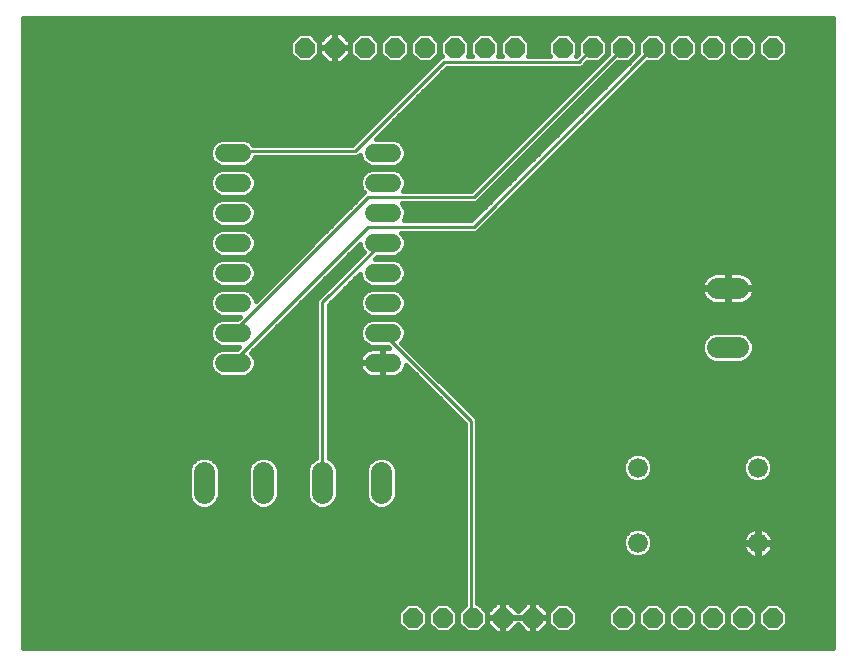
<source format=gbl>
G75*
%MOIN*%
%OFA0B0*%
%FSLAX25Y25*%
%IPPOS*%
%LPD*%
%AMOC8*
5,1,8,0,0,1.08239X$1,22.5*
%
%ADD10C,0.06600*%
%ADD11C,0.06000*%
%ADD12C,0.07050*%
%ADD13OC8,0.06600*%
%ADD14C,0.01600*%
%ADD15C,0.01000*%
D10*
X0232000Y0040000D03*
X0232000Y0065000D03*
X0272000Y0065000D03*
X0272000Y0040000D03*
D11*
X0150000Y0100000D02*
X0144000Y0100000D01*
X0144000Y0110000D02*
X0150000Y0110000D01*
X0150000Y0120000D02*
X0144000Y0120000D01*
X0144000Y0130000D02*
X0150000Y0130000D01*
X0150000Y0140000D02*
X0144000Y0140000D01*
X0144000Y0150000D02*
X0150000Y0150000D01*
X0150000Y0160000D02*
X0144000Y0160000D01*
X0144000Y0170000D02*
X0150000Y0170000D01*
X0100000Y0170000D02*
X0094000Y0170000D01*
X0094000Y0160000D02*
X0100000Y0160000D01*
X0100000Y0150000D02*
X0094000Y0150000D01*
X0094000Y0140000D02*
X0100000Y0140000D01*
X0100000Y0130000D02*
X0094000Y0130000D01*
X0094000Y0120000D02*
X0100000Y0120000D01*
X0100000Y0110000D02*
X0094000Y0110000D01*
X0094000Y0100000D02*
X0100000Y0100000D01*
D12*
X0107157Y0063525D02*
X0107157Y0056475D01*
X0087472Y0056475D02*
X0087472Y0063525D01*
X0126843Y0063525D02*
X0126843Y0056475D01*
X0146528Y0056475D02*
X0146528Y0063525D01*
X0258475Y0105157D02*
X0265525Y0105157D01*
X0265525Y0124843D02*
X0258475Y0124843D01*
D13*
X0257000Y0205000D03*
X0267000Y0205000D03*
X0277000Y0205000D03*
X0247000Y0205000D03*
X0237000Y0205000D03*
X0227000Y0205000D03*
X0217000Y0205000D03*
X0207000Y0205000D03*
X0191000Y0205000D03*
X0181000Y0205000D03*
X0171000Y0205000D03*
X0161000Y0205000D03*
X0151000Y0205000D03*
X0141000Y0205000D03*
X0131000Y0205000D03*
X0121000Y0205000D03*
X0157000Y0015000D03*
X0167000Y0015000D03*
X0177000Y0015000D03*
X0187000Y0015000D03*
X0197000Y0015000D03*
X0207000Y0015000D03*
X0227000Y0015000D03*
X0237000Y0015000D03*
X0247000Y0015000D03*
X0257000Y0015000D03*
X0267000Y0015000D03*
X0277000Y0015000D03*
D14*
X0297000Y0005000D02*
X0027000Y0005000D01*
X0027000Y0215000D01*
X0297000Y0215000D01*
X0297000Y0005000D01*
X0027000Y0005000D01*
X0027000Y0006599D02*
X0297000Y0006599D01*
X0297000Y0008197D02*
X0027000Y0008197D01*
X0027000Y0009796D02*
X0297000Y0009796D01*
X0297000Y0011394D02*
X0280324Y0011394D01*
X0279030Y0010100D02*
X0274970Y0010100D01*
X0272100Y0012970D01*
X0272100Y0017030D01*
X0274970Y0019900D01*
X0279030Y0019900D01*
X0281900Y0017030D01*
X0281900Y0012970D01*
X0279030Y0010100D01*
X0281900Y0012993D02*
X0297000Y0012993D01*
X0297000Y0014591D02*
X0281900Y0014591D01*
X0281900Y0016190D02*
X0297000Y0016190D01*
X0297000Y0017788D02*
X0281142Y0017788D01*
X0279543Y0019387D02*
X0297000Y0019387D01*
X0297000Y0020985D02*
X0178500Y0020985D01*
X0178500Y0019900D02*
X0178500Y0081470D01*
X0177270Y0082700D01*
X0153238Y0106732D01*
X0153900Y0107394D01*
X0154600Y0109085D01*
X0154600Y0110915D01*
X0153900Y0112606D01*
X0152606Y0113900D01*
X0150915Y0114600D01*
X0143085Y0114600D01*
X0141394Y0113900D01*
X0140100Y0112606D01*
X0139400Y0110915D01*
X0139400Y0109085D01*
X0140100Y0107394D01*
X0141394Y0106100D01*
X0143085Y0105400D01*
X0148630Y0105400D01*
X0149230Y0104800D01*
X0147200Y0104800D01*
X0147200Y0100200D01*
X0146800Y0100200D01*
X0146800Y0104800D01*
X0143622Y0104800D01*
X0142876Y0104682D01*
X0142157Y0104448D01*
X0141484Y0104105D01*
X0140873Y0103661D01*
X0140339Y0103127D01*
X0139895Y0102516D01*
X0139552Y0101843D01*
X0139318Y0101124D01*
X0139200Y0100378D01*
X0139200Y0100200D01*
X0146800Y0100200D01*
X0146800Y0099800D01*
X0147200Y0099800D01*
X0147200Y0095200D01*
X0150378Y0095200D01*
X0151124Y0095318D01*
X0151843Y0095552D01*
X0152516Y0095895D01*
X0153127Y0096339D01*
X0153661Y0096873D01*
X0154105Y0097484D01*
X0154448Y0098157D01*
X0154682Y0098876D01*
X0154746Y0099284D01*
X0174300Y0079730D01*
X0174300Y0019230D01*
X0172100Y0017030D01*
X0172100Y0012970D01*
X0174970Y0010100D01*
X0179030Y0010100D01*
X0181900Y0012970D01*
X0181900Y0017030D01*
X0179030Y0019900D01*
X0178500Y0019900D01*
X0179543Y0019387D02*
X0184174Y0019387D01*
X0184888Y0020100D02*
X0181900Y0017112D01*
X0181900Y0015184D01*
X0186816Y0015184D01*
X0186816Y0014816D01*
X0187184Y0014816D01*
X0187184Y0009900D01*
X0189112Y0009900D01*
X0192000Y0012788D01*
X0194888Y0009900D01*
X0196816Y0009900D01*
X0196816Y0014816D01*
X0197184Y0014816D01*
X0197184Y0009900D01*
X0199112Y0009900D01*
X0202100Y0012888D01*
X0202100Y0014816D01*
X0197184Y0014816D01*
X0197184Y0015184D01*
X0196816Y0015184D01*
X0196816Y0014816D01*
X0187184Y0014816D01*
X0187184Y0015184D01*
X0186816Y0015184D01*
X0186816Y0020100D01*
X0184888Y0020100D01*
X0186816Y0019387D02*
X0187184Y0019387D01*
X0187184Y0020100D02*
X0187184Y0015184D01*
X0191900Y0015184D01*
X0196816Y0015184D01*
X0196816Y0020100D01*
X0194888Y0020100D01*
X0192000Y0017212D01*
X0189112Y0020100D01*
X0187184Y0020100D01*
X0187184Y0017788D02*
X0186816Y0017788D01*
X0186816Y0016190D02*
X0187184Y0016190D01*
X0186816Y0014816D02*
X0181900Y0014816D01*
X0181900Y0012888D01*
X0184888Y0009900D01*
X0186816Y0009900D01*
X0186816Y0014816D01*
X0186816Y0014591D02*
X0187184Y0014591D01*
X0187184Y0012993D02*
X0186816Y0012993D01*
X0186816Y0011394D02*
X0187184Y0011394D01*
X0190607Y0011394D02*
X0193393Y0011394D01*
X0196816Y0011394D02*
X0197184Y0011394D01*
X0197184Y0012993D02*
X0196816Y0012993D01*
X0196816Y0014591D02*
X0197184Y0014591D01*
X0197184Y0015184D02*
X0202100Y0015184D01*
X0202100Y0017112D01*
X0199112Y0020100D01*
X0197184Y0020100D01*
X0197184Y0015184D01*
X0197184Y0016190D02*
X0196816Y0016190D01*
X0196816Y0017788D02*
X0197184Y0017788D01*
X0197184Y0019387D02*
X0196816Y0019387D01*
X0194174Y0019387D02*
X0189826Y0019387D01*
X0191424Y0017788D02*
X0192576Y0017788D01*
X0199826Y0019387D02*
X0204457Y0019387D01*
X0204970Y0019900D02*
X0202100Y0017030D01*
X0202100Y0012970D01*
X0204970Y0010100D01*
X0209030Y0010100D01*
X0211900Y0012970D01*
X0211900Y0017030D01*
X0209030Y0019900D01*
X0204970Y0019900D01*
X0202858Y0017788D02*
X0201424Y0017788D01*
X0202100Y0016190D02*
X0202100Y0016190D01*
X0202100Y0014591D02*
X0202100Y0014591D01*
X0202100Y0012993D02*
X0202100Y0012993D01*
X0200607Y0011394D02*
X0203676Y0011394D01*
X0210324Y0011394D02*
X0223676Y0011394D01*
X0224970Y0010100D02*
X0222100Y0012970D01*
X0222100Y0017030D01*
X0224970Y0019900D01*
X0229030Y0019900D01*
X0231900Y0017030D01*
X0231900Y0012970D01*
X0229030Y0010100D01*
X0224970Y0010100D01*
X0222100Y0012993D02*
X0211900Y0012993D01*
X0211900Y0014591D02*
X0222100Y0014591D01*
X0222100Y0016190D02*
X0211900Y0016190D01*
X0211142Y0017788D02*
X0222858Y0017788D01*
X0224457Y0019387D02*
X0209543Y0019387D01*
X0229543Y0019387D02*
X0234457Y0019387D01*
X0234970Y0019900D02*
X0232100Y0017030D01*
X0232100Y0012970D01*
X0234970Y0010100D01*
X0239030Y0010100D01*
X0241900Y0012970D01*
X0241900Y0017030D01*
X0239030Y0019900D01*
X0234970Y0019900D01*
X0232858Y0017788D02*
X0231142Y0017788D01*
X0231900Y0016190D02*
X0232100Y0016190D01*
X0232100Y0014591D02*
X0231900Y0014591D01*
X0231900Y0012993D02*
X0232100Y0012993D01*
X0233676Y0011394D02*
X0230324Y0011394D01*
X0240324Y0011394D02*
X0243676Y0011394D01*
X0244970Y0010100D02*
X0242100Y0012970D01*
X0242100Y0017030D01*
X0244970Y0019900D01*
X0249030Y0019900D01*
X0251900Y0017030D01*
X0251900Y0012970D01*
X0249030Y0010100D01*
X0244970Y0010100D01*
X0242100Y0012993D02*
X0241900Y0012993D01*
X0241900Y0014591D02*
X0242100Y0014591D01*
X0242100Y0016190D02*
X0241900Y0016190D01*
X0241142Y0017788D02*
X0242858Y0017788D01*
X0244457Y0019387D02*
X0239543Y0019387D01*
X0249543Y0019387D02*
X0254457Y0019387D01*
X0254970Y0019900D02*
X0252100Y0017030D01*
X0252100Y0012970D01*
X0254970Y0010100D01*
X0259030Y0010100D01*
X0261900Y0012970D01*
X0261900Y0017030D01*
X0259030Y0019900D01*
X0254970Y0019900D01*
X0252858Y0017788D02*
X0251142Y0017788D01*
X0251900Y0016190D02*
X0252100Y0016190D01*
X0252100Y0014591D02*
X0251900Y0014591D01*
X0251900Y0012993D02*
X0252100Y0012993D01*
X0253676Y0011394D02*
X0250324Y0011394D01*
X0259543Y0019387D02*
X0264457Y0019387D01*
X0264970Y0019900D02*
X0262100Y0017030D01*
X0262100Y0012970D01*
X0264970Y0010100D01*
X0269030Y0010100D01*
X0271900Y0012970D01*
X0271900Y0017030D01*
X0269030Y0019900D01*
X0264970Y0019900D01*
X0262858Y0017788D02*
X0261142Y0017788D01*
X0261900Y0016190D02*
X0262100Y0016190D01*
X0262100Y0014591D02*
X0261900Y0014591D01*
X0261900Y0012993D02*
X0262100Y0012993D01*
X0263676Y0011394D02*
X0260324Y0011394D01*
X0270324Y0011394D02*
X0273676Y0011394D01*
X0272100Y0012993D02*
X0271900Y0012993D01*
X0271900Y0014591D02*
X0272100Y0014591D01*
X0272100Y0016190D02*
X0271900Y0016190D01*
X0271142Y0017788D02*
X0272858Y0017788D01*
X0274457Y0019387D02*
X0269543Y0019387D01*
X0271599Y0034900D02*
X0271700Y0034900D01*
X0271700Y0039700D01*
X0272300Y0039700D01*
X0272300Y0040300D01*
X0277100Y0040300D01*
X0277100Y0040401D01*
X0276974Y0041194D01*
X0276726Y0041958D01*
X0276362Y0042673D01*
X0275890Y0043322D01*
X0275322Y0043890D01*
X0274673Y0044362D01*
X0273958Y0044726D01*
X0273194Y0044974D01*
X0272401Y0045100D01*
X0272300Y0045100D01*
X0272300Y0040300D01*
X0271700Y0040300D01*
X0271700Y0045100D01*
X0271599Y0045100D01*
X0270806Y0044974D01*
X0270042Y0044726D01*
X0269327Y0044362D01*
X0268678Y0043890D01*
X0268110Y0043322D01*
X0267638Y0042673D01*
X0267274Y0041958D01*
X0267026Y0041194D01*
X0266900Y0040401D01*
X0266900Y0040300D01*
X0271700Y0040300D01*
X0271700Y0039700D01*
X0266900Y0039700D01*
X0266900Y0039599D01*
X0267026Y0038806D01*
X0267274Y0038042D01*
X0267638Y0037327D01*
X0268110Y0036678D01*
X0268678Y0036110D01*
X0269327Y0035638D01*
X0270042Y0035274D01*
X0270806Y0035026D01*
X0271599Y0034900D01*
X0271700Y0035372D02*
X0272300Y0035372D01*
X0272300Y0034900D02*
X0272401Y0034900D01*
X0273194Y0035026D01*
X0273958Y0035274D01*
X0274673Y0035638D01*
X0275322Y0036110D01*
X0275890Y0036678D01*
X0276362Y0037327D01*
X0276726Y0038042D01*
X0276974Y0038806D01*
X0277100Y0039599D01*
X0277100Y0039700D01*
X0272300Y0039700D01*
X0272300Y0034900D01*
X0274150Y0035372D02*
X0297000Y0035372D01*
X0297000Y0036970D02*
X0276103Y0036970D01*
X0276897Y0038569D02*
X0297000Y0038569D01*
X0297000Y0040167D02*
X0272300Y0040167D01*
X0271700Y0040167D02*
X0236900Y0040167D01*
X0236900Y0040975D02*
X0236154Y0042776D01*
X0234776Y0044154D01*
X0232975Y0044900D01*
X0231025Y0044900D01*
X0229224Y0044154D01*
X0227846Y0042776D01*
X0227100Y0040975D01*
X0227100Y0039025D01*
X0227846Y0037224D01*
X0229224Y0035846D01*
X0231025Y0035100D01*
X0232975Y0035100D01*
X0234776Y0035846D01*
X0236154Y0037224D01*
X0236900Y0039025D01*
X0236900Y0040975D01*
X0236572Y0041766D02*
X0267211Y0041766D01*
X0268152Y0043364D02*
X0235565Y0043364D01*
X0228435Y0043364D02*
X0178500Y0043364D01*
X0178500Y0041766D02*
X0227428Y0041766D01*
X0227100Y0040167D02*
X0178500Y0040167D01*
X0178500Y0038569D02*
X0227289Y0038569D01*
X0228100Y0036970D02*
X0178500Y0036970D01*
X0178500Y0035372D02*
X0230369Y0035372D01*
X0233631Y0035372D02*
X0269850Y0035372D01*
X0271700Y0036970D02*
X0272300Y0036970D01*
X0272300Y0038569D02*
X0271700Y0038569D01*
X0267897Y0036970D02*
X0235900Y0036970D01*
X0236711Y0038569D02*
X0267103Y0038569D01*
X0271700Y0041766D02*
X0272300Y0041766D01*
X0272300Y0043364D02*
X0271700Y0043364D01*
X0271700Y0044963D02*
X0272300Y0044963D01*
X0273230Y0044963D02*
X0297000Y0044963D01*
X0297000Y0046561D02*
X0178500Y0046561D01*
X0178500Y0044963D02*
X0270770Y0044963D01*
X0275848Y0043364D02*
X0297000Y0043364D01*
X0297000Y0041766D02*
X0276789Y0041766D01*
X0297000Y0048160D02*
X0178500Y0048160D01*
X0178500Y0049758D02*
X0297000Y0049758D01*
X0297000Y0051357D02*
X0178500Y0051357D01*
X0178500Y0052955D02*
X0297000Y0052955D01*
X0297000Y0054554D02*
X0178500Y0054554D01*
X0178500Y0056152D02*
X0297000Y0056152D01*
X0297000Y0057751D02*
X0178500Y0057751D01*
X0178500Y0059349D02*
X0297000Y0059349D01*
X0297000Y0060948D02*
X0274878Y0060948D01*
X0274776Y0060846D02*
X0276154Y0062224D01*
X0276900Y0064025D01*
X0276900Y0065975D01*
X0276154Y0067776D01*
X0274776Y0069154D01*
X0272975Y0069900D01*
X0271025Y0069900D01*
X0269224Y0069154D01*
X0267846Y0067776D01*
X0267100Y0065975D01*
X0267100Y0064025D01*
X0267846Y0062224D01*
X0269224Y0060846D01*
X0271025Y0060100D01*
X0272975Y0060100D01*
X0274776Y0060846D01*
X0276287Y0062546D02*
X0297000Y0062546D01*
X0297000Y0064145D02*
X0276900Y0064145D01*
X0276900Y0065743D02*
X0297000Y0065743D01*
X0297000Y0067342D02*
X0276334Y0067342D01*
X0274989Y0068940D02*
X0297000Y0068940D01*
X0297000Y0070539D02*
X0178500Y0070539D01*
X0178500Y0072137D02*
X0297000Y0072137D01*
X0297000Y0073736D02*
X0178500Y0073736D01*
X0178500Y0075334D02*
X0297000Y0075334D01*
X0297000Y0076933D02*
X0178500Y0076933D01*
X0178500Y0078532D02*
X0297000Y0078532D01*
X0297000Y0080130D02*
X0178500Y0080130D01*
X0178241Y0081729D02*
X0297000Y0081729D01*
X0297000Y0083327D02*
X0176643Y0083327D01*
X0175044Y0084926D02*
X0297000Y0084926D01*
X0297000Y0086524D02*
X0173446Y0086524D01*
X0171847Y0088123D02*
X0297000Y0088123D01*
X0297000Y0089721D02*
X0170249Y0089721D01*
X0168650Y0091320D02*
X0297000Y0091320D01*
X0297000Y0092918D02*
X0167052Y0092918D01*
X0165453Y0094517D02*
X0297000Y0094517D01*
X0297000Y0096115D02*
X0163855Y0096115D01*
X0162256Y0097714D02*
X0297000Y0097714D01*
X0297000Y0099312D02*
X0160658Y0099312D01*
X0159059Y0100911D02*
X0255474Y0100911D01*
X0255572Y0100813D02*
X0257456Y0100032D01*
X0266544Y0100032D01*
X0268428Y0100813D01*
X0269870Y0102254D01*
X0270650Y0104138D01*
X0270650Y0106177D01*
X0269870Y0108061D01*
X0268428Y0109502D01*
X0266544Y0110282D01*
X0257456Y0110282D01*
X0255572Y0109502D01*
X0254130Y0108061D01*
X0253350Y0106177D01*
X0253350Y0104138D01*
X0254130Y0102254D01*
X0255572Y0100813D01*
X0254025Y0102509D02*
X0157461Y0102509D01*
X0155862Y0104108D02*
X0253363Y0104108D01*
X0253350Y0105706D02*
X0154264Y0105706D01*
X0153810Y0107305D02*
X0253817Y0107305D01*
X0254973Y0108903D02*
X0154525Y0108903D01*
X0154600Y0110502D02*
X0297000Y0110502D01*
X0297000Y0112100D02*
X0154109Y0112100D01*
X0152807Y0113699D02*
X0297000Y0113699D01*
X0297000Y0115297D02*
X0129000Y0115297D01*
X0129000Y0113699D02*
X0141193Y0113699D01*
X0139891Y0112100D02*
X0129000Y0112100D01*
X0129000Y0110502D02*
X0139400Y0110502D01*
X0139475Y0108903D02*
X0129000Y0108903D01*
X0129000Y0107305D02*
X0140190Y0107305D01*
X0142346Y0105706D02*
X0129000Y0105706D01*
X0129000Y0104108D02*
X0141489Y0104108D01*
X0139891Y0102509D02*
X0129000Y0102509D01*
X0129000Y0100911D02*
X0139284Y0100911D01*
X0139200Y0099800D02*
X0139200Y0099622D01*
X0139318Y0098876D01*
X0139552Y0098157D01*
X0139895Y0097484D01*
X0140339Y0096873D01*
X0140873Y0096339D01*
X0141484Y0095895D01*
X0142157Y0095552D01*
X0142876Y0095318D01*
X0143622Y0095200D01*
X0146800Y0095200D01*
X0146800Y0099800D01*
X0139200Y0099800D01*
X0139249Y0099312D02*
X0129000Y0099312D01*
X0129000Y0097714D02*
X0139778Y0097714D01*
X0141181Y0096115D02*
X0129000Y0096115D01*
X0129000Y0094517D02*
X0159514Y0094517D01*
X0161112Y0092918D02*
X0129000Y0092918D01*
X0129000Y0091320D02*
X0162711Y0091320D01*
X0164309Y0089721D02*
X0129000Y0089721D01*
X0129000Y0088123D02*
X0165908Y0088123D01*
X0167506Y0086524D02*
X0129000Y0086524D01*
X0129000Y0084926D02*
X0169105Y0084926D01*
X0170703Y0083327D02*
X0129000Y0083327D01*
X0129000Y0081729D02*
X0172302Y0081729D01*
X0173900Y0080130D02*
X0129000Y0080130D01*
X0129000Y0078532D02*
X0174300Y0078532D01*
X0174300Y0076933D02*
X0129000Y0076933D01*
X0129000Y0075334D02*
X0174300Y0075334D01*
X0174300Y0073736D02*
X0129000Y0073736D01*
X0129000Y0072137D02*
X0174300Y0072137D01*
X0174300Y0070539D02*
X0129000Y0070539D01*
X0129000Y0068940D02*
X0174300Y0068940D01*
X0174300Y0067342D02*
X0149958Y0067342D01*
X0149431Y0067870D02*
X0147547Y0068650D01*
X0145508Y0068650D01*
X0143624Y0067870D01*
X0142183Y0066428D01*
X0141403Y0064544D01*
X0141403Y0055456D01*
X0142183Y0053572D01*
X0143624Y0052130D01*
X0145508Y0051350D01*
X0147547Y0051350D01*
X0149431Y0052130D01*
X0150872Y0053572D01*
X0151653Y0055456D01*
X0151653Y0064544D01*
X0150872Y0066428D01*
X0149431Y0067870D01*
X0151156Y0065743D02*
X0174300Y0065743D01*
X0174300Y0064145D02*
X0151653Y0064145D01*
X0151653Y0062546D02*
X0174300Y0062546D01*
X0174300Y0060948D02*
X0151653Y0060948D01*
X0151653Y0059349D02*
X0174300Y0059349D01*
X0174300Y0057751D02*
X0151653Y0057751D01*
X0151653Y0056152D02*
X0174300Y0056152D01*
X0174300Y0054554D02*
X0151279Y0054554D01*
X0150256Y0052955D02*
X0174300Y0052955D01*
X0174300Y0051357D02*
X0147563Y0051357D01*
X0145492Y0051357D02*
X0127878Y0051357D01*
X0127862Y0051350D02*
X0129746Y0052130D01*
X0131187Y0053572D01*
X0131968Y0055456D01*
X0131968Y0064544D01*
X0131187Y0066428D01*
X0129746Y0067870D01*
X0129000Y0068179D01*
X0129000Y0119330D01*
X0139400Y0129730D01*
X0139400Y0129085D01*
X0140100Y0127394D01*
X0141394Y0126100D01*
X0143085Y0125400D01*
X0150915Y0125400D01*
X0152606Y0126100D01*
X0153900Y0127394D01*
X0154600Y0129085D01*
X0154600Y0130915D01*
X0153900Y0132606D01*
X0152606Y0133900D01*
X0150915Y0134600D01*
X0144270Y0134600D01*
X0145070Y0135400D01*
X0150915Y0135400D01*
X0152606Y0136100D01*
X0153900Y0137394D01*
X0154600Y0139085D01*
X0154600Y0140915D01*
X0153900Y0142606D01*
X0153205Y0143300D01*
X0178170Y0143300D01*
X0234970Y0200100D01*
X0234970Y0200100D01*
X0239030Y0200100D01*
X0241900Y0202970D01*
X0241900Y0207030D01*
X0239030Y0209900D01*
X0234970Y0209900D01*
X0232100Y0207030D01*
X0232100Y0203170D01*
X0176430Y0147500D01*
X0153943Y0147500D01*
X0154600Y0149085D01*
X0154600Y0150915D01*
X0153900Y0152606D01*
X0153305Y0153200D01*
X0178170Y0153200D01*
X0225070Y0200100D01*
X0229030Y0200100D01*
X0231900Y0202970D01*
X0231900Y0207030D01*
X0229030Y0209900D01*
X0224970Y0209900D01*
X0222100Y0207030D01*
X0222100Y0203070D01*
X0176430Y0157400D01*
X0153902Y0157400D01*
X0154600Y0159085D01*
X0154600Y0160915D01*
X0153900Y0162606D01*
X0152606Y0163900D01*
X0150915Y0164600D01*
X0143085Y0164600D01*
X0141394Y0163900D01*
X0140100Y0162606D01*
X0139400Y0160915D01*
X0139400Y0159085D01*
X0140100Y0157394D01*
X0140712Y0156782D01*
X0140100Y0156170D01*
X0104600Y0120670D01*
X0104600Y0120915D01*
X0103900Y0122606D01*
X0102606Y0123900D01*
X0100915Y0124600D01*
X0093085Y0124600D01*
X0091394Y0123900D01*
X0090100Y0122606D01*
X0089400Y0120915D01*
X0089400Y0119085D01*
X0090100Y0117394D01*
X0091394Y0116100D01*
X0093085Y0115400D01*
X0099330Y0115400D01*
X0098530Y0114600D01*
X0093085Y0114600D01*
X0091394Y0113900D01*
X0090100Y0112606D01*
X0089400Y0110915D01*
X0089400Y0109085D01*
X0090100Y0107394D01*
X0091394Y0106100D01*
X0093085Y0105400D01*
X0099230Y0105400D01*
X0098430Y0104600D01*
X0093085Y0104600D01*
X0091394Y0103900D01*
X0090100Y0102606D01*
X0089400Y0100915D01*
X0089400Y0099085D01*
X0090100Y0097394D01*
X0091394Y0096100D01*
X0093085Y0095400D01*
X0100915Y0095400D01*
X0102606Y0096100D01*
X0103900Y0097394D01*
X0104600Y0099085D01*
X0104600Y0100915D01*
X0103900Y0102606D01*
X0103138Y0103368D01*
X0139400Y0139630D01*
X0139400Y0139085D01*
X0140100Y0137394D01*
X0140612Y0136882D01*
X0126030Y0122300D01*
X0124800Y0121070D01*
X0124800Y0068226D01*
X0123939Y0067870D01*
X0122498Y0066428D01*
X0121718Y0064544D01*
X0121718Y0055456D01*
X0122498Y0053572D01*
X0123939Y0052130D01*
X0125823Y0051350D01*
X0127862Y0051350D01*
X0125807Y0051357D02*
X0108193Y0051357D01*
X0108177Y0051350D02*
X0110061Y0052130D01*
X0111502Y0053572D01*
X0112282Y0055456D01*
X0112282Y0064544D01*
X0111502Y0066428D01*
X0110061Y0067870D01*
X0108177Y0068650D01*
X0106138Y0068650D01*
X0104254Y0067870D01*
X0102813Y0066428D01*
X0102032Y0064544D01*
X0102032Y0055456D01*
X0102813Y0053572D01*
X0104254Y0052130D01*
X0106138Y0051350D01*
X0108177Y0051350D01*
X0106122Y0051357D02*
X0088508Y0051357D01*
X0088492Y0051350D02*
X0090376Y0052130D01*
X0091817Y0053572D01*
X0092597Y0055456D01*
X0092597Y0064544D01*
X0091817Y0066428D01*
X0090376Y0067870D01*
X0088492Y0068650D01*
X0086453Y0068650D01*
X0084569Y0067870D01*
X0083128Y0066428D01*
X0082347Y0064544D01*
X0082347Y0055456D01*
X0083128Y0053572D01*
X0084569Y0052130D01*
X0086453Y0051350D01*
X0088492Y0051350D01*
X0086437Y0051357D02*
X0027000Y0051357D01*
X0027000Y0052955D02*
X0083744Y0052955D01*
X0082721Y0054554D02*
X0027000Y0054554D01*
X0027000Y0056152D02*
X0082347Y0056152D01*
X0082347Y0057751D02*
X0027000Y0057751D01*
X0027000Y0059349D02*
X0082347Y0059349D01*
X0082347Y0060948D02*
X0027000Y0060948D01*
X0027000Y0062546D02*
X0082347Y0062546D01*
X0082347Y0064145D02*
X0027000Y0064145D01*
X0027000Y0065743D02*
X0082844Y0065743D01*
X0084042Y0067342D02*
X0027000Y0067342D01*
X0027000Y0068940D02*
X0124800Y0068940D01*
X0124800Y0070539D02*
X0027000Y0070539D01*
X0027000Y0072137D02*
X0124800Y0072137D01*
X0124800Y0073736D02*
X0027000Y0073736D01*
X0027000Y0075334D02*
X0124800Y0075334D01*
X0124800Y0076933D02*
X0027000Y0076933D01*
X0027000Y0078532D02*
X0124800Y0078532D01*
X0124800Y0080130D02*
X0027000Y0080130D01*
X0027000Y0081729D02*
X0124800Y0081729D01*
X0124800Y0083327D02*
X0027000Y0083327D01*
X0027000Y0084926D02*
X0124800Y0084926D01*
X0124800Y0086524D02*
X0027000Y0086524D01*
X0027000Y0088123D02*
X0124800Y0088123D01*
X0124800Y0089721D02*
X0027000Y0089721D01*
X0027000Y0091320D02*
X0124800Y0091320D01*
X0124800Y0092918D02*
X0027000Y0092918D01*
X0027000Y0094517D02*
X0124800Y0094517D01*
X0124800Y0096115D02*
X0102621Y0096115D01*
X0104032Y0097714D02*
X0124800Y0097714D01*
X0124800Y0099312D02*
X0104600Y0099312D01*
X0104600Y0100911D02*
X0124800Y0100911D01*
X0124800Y0102509D02*
X0103940Y0102509D01*
X0103878Y0104108D02*
X0124800Y0104108D01*
X0124800Y0105706D02*
X0105476Y0105706D01*
X0107075Y0107305D02*
X0124800Y0107305D01*
X0124800Y0108903D02*
X0108673Y0108903D01*
X0110272Y0110502D02*
X0124800Y0110502D01*
X0124800Y0112100D02*
X0111870Y0112100D01*
X0113469Y0113699D02*
X0124800Y0113699D01*
X0124800Y0115297D02*
X0115067Y0115297D01*
X0116666Y0116896D02*
X0124800Y0116896D01*
X0124800Y0118494D02*
X0118264Y0118494D01*
X0119863Y0120093D02*
X0124800Y0120093D01*
X0125421Y0121691D02*
X0121461Y0121691D01*
X0123060Y0123290D02*
X0127020Y0123290D01*
X0128619Y0124888D02*
X0124658Y0124888D01*
X0126257Y0126487D02*
X0130217Y0126487D01*
X0131816Y0128085D02*
X0127855Y0128085D01*
X0129454Y0129684D02*
X0133414Y0129684D01*
X0135013Y0131282D02*
X0131052Y0131282D01*
X0132651Y0132881D02*
X0136611Y0132881D01*
X0138210Y0134479D02*
X0134249Y0134479D01*
X0135848Y0136078D02*
X0139808Y0136078D01*
X0139983Y0137676D02*
X0137446Y0137676D01*
X0139045Y0139275D02*
X0139400Y0139275D01*
X0131198Y0147268D02*
X0103773Y0147268D01*
X0103900Y0147394D02*
X0104600Y0149085D01*
X0104600Y0150915D01*
X0103900Y0152606D01*
X0102606Y0153900D01*
X0100915Y0154600D01*
X0093085Y0154600D01*
X0091394Y0153900D01*
X0090100Y0152606D01*
X0089400Y0150915D01*
X0089400Y0149085D01*
X0090100Y0147394D01*
X0091394Y0146100D01*
X0093085Y0145400D01*
X0100915Y0145400D01*
X0102606Y0146100D01*
X0103900Y0147394D01*
X0104509Y0148866D02*
X0132796Y0148866D01*
X0134395Y0150465D02*
X0104600Y0150465D01*
X0104124Y0152063D02*
X0135993Y0152063D01*
X0137592Y0153662D02*
X0102844Y0153662D01*
X0102606Y0156100D02*
X0100915Y0155400D01*
X0093085Y0155400D01*
X0091394Y0156100D01*
X0090100Y0157394D01*
X0089400Y0159085D01*
X0089400Y0160915D01*
X0090100Y0162606D01*
X0091394Y0163900D01*
X0093085Y0164600D01*
X0100915Y0164600D01*
X0102606Y0163900D01*
X0103900Y0162606D01*
X0104600Y0160915D01*
X0104600Y0159085D01*
X0103900Y0157394D01*
X0102606Y0156100D01*
X0103364Y0156859D02*
X0140636Y0156859D01*
X0139660Y0158457D02*
X0104340Y0158457D01*
X0104600Y0160056D02*
X0139400Y0160056D01*
X0139706Y0161654D02*
X0104294Y0161654D01*
X0103253Y0163253D02*
X0140747Y0163253D01*
X0141394Y0166100D02*
X0143085Y0165400D01*
X0150915Y0165400D01*
X0152606Y0166100D01*
X0153900Y0167394D01*
X0154600Y0169085D01*
X0154600Y0170915D01*
X0153900Y0172606D01*
X0152606Y0173900D01*
X0150915Y0174600D01*
X0144670Y0174600D01*
X0168270Y0198200D01*
X0213270Y0198200D01*
X0215170Y0200100D01*
X0219030Y0200100D01*
X0221900Y0202970D01*
X0221900Y0207030D01*
X0219030Y0209900D01*
X0214970Y0209900D01*
X0212100Y0207030D01*
X0212100Y0202970D01*
X0211530Y0202400D01*
X0211330Y0202400D01*
X0211900Y0202970D01*
X0211900Y0207030D01*
X0209030Y0209900D01*
X0204970Y0209900D01*
X0202100Y0207030D01*
X0202100Y0202970D01*
X0202670Y0202400D01*
X0195330Y0202400D01*
X0195900Y0202970D01*
X0195900Y0207030D01*
X0193030Y0209900D01*
X0188970Y0209900D01*
X0186100Y0207030D01*
X0186100Y0202970D01*
X0186670Y0202400D01*
X0185330Y0202400D01*
X0185900Y0202970D01*
X0185900Y0207030D01*
X0183030Y0209900D01*
X0178970Y0209900D01*
X0176100Y0207030D01*
X0176100Y0202970D01*
X0176670Y0202400D01*
X0175330Y0202400D01*
X0175900Y0202970D01*
X0175900Y0207030D01*
X0173030Y0209900D01*
X0168970Y0209900D01*
X0166100Y0207030D01*
X0166100Y0202970D01*
X0166670Y0202400D01*
X0166530Y0202400D01*
X0165300Y0201170D01*
X0136830Y0172700D01*
X0103805Y0172700D01*
X0102606Y0173900D01*
X0100915Y0174600D01*
X0093085Y0174600D01*
X0091394Y0173900D01*
X0090100Y0172606D01*
X0089400Y0170915D01*
X0089400Y0169085D01*
X0090100Y0167394D01*
X0091394Y0166100D01*
X0093085Y0165400D01*
X0100915Y0165400D01*
X0102606Y0166100D01*
X0103900Y0167394D01*
X0104358Y0168500D01*
X0138570Y0168500D01*
X0139400Y0169330D01*
X0139400Y0169085D01*
X0140100Y0167394D01*
X0141394Y0166100D01*
X0141045Y0166450D02*
X0102955Y0166450D01*
X0104171Y0168048D02*
X0139829Y0168048D01*
X0136974Y0172844D02*
X0103662Y0172844D01*
X0101296Y0174442D02*
X0138572Y0174442D01*
X0140171Y0176041D02*
X0027000Y0176041D01*
X0027000Y0177639D02*
X0141769Y0177639D01*
X0143368Y0179238D02*
X0027000Y0179238D01*
X0027000Y0180836D02*
X0144966Y0180836D01*
X0146565Y0182435D02*
X0027000Y0182435D01*
X0027000Y0184033D02*
X0148163Y0184033D01*
X0149762Y0185632D02*
X0027000Y0185632D01*
X0027000Y0187230D02*
X0151360Y0187230D01*
X0152959Y0188829D02*
X0027000Y0188829D01*
X0027000Y0190427D02*
X0154557Y0190427D01*
X0156156Y0192026D02*
X0027000Y0192026D01*
X0027000Y0193624D02*
X0157754Y0193624D01*
X0159353Y0195223D02*
X0027000Y0195223D01*
X0027000Y0196821D02*
X0160952Y0196821D01*
X0162550Y0198420D02*
X0027000Y0198420D01*
X0027000Y0200018D02*
X0128769Y0200018D01*
X0128888Y0199900D02*
X0130816Y0199900D01*
X0130816Y0204816D01*
X0131184Y0204816D01*
X0131184Y0199900D01*
X0133112Y0199900D01*
X0136100Y0202888D01*
X0136100Y0204816D01*
X0131184Y0204816D01*
X0131184Y0205184D01*
X0136100Y0205184D01*
X0136100Y0207112D01*
X0133112Y0210100D01*
X0131184Y0210100D01*
X0131184Y0205184D01*
X0130816Y0205184D01*
X0130816Y0204816D01*
X0125900Y0204816D01*
X0125900Y0202888D01*
X0128888Y0199900D01*
X0130816Y0200018D02*
X0131184Y0200018D01*
X0131184Y0201617D02*
X0130816Y0201617D01*
X0130816Y0203215D02*
X0131184Y0203215D01*
X0131184Y0204814D02*
X0130816Y0204814D01*
X0130816Y0205184D02*
X0125900Y0205184D01*
X0125900Y0207112D01*
X0128888Y0210100D01*
X0130816Y0210100D01*
X0130816Y0205184D01*
X0130816Y0206412D02*
X0131184Y0206412D01*
X0131184Y0208011D02*
X0130816Y0208011D01*
X0130816Y0209609D02*
X0131184Y0209609D01*
X0133603Y0209609D02*
X0138680Y0209609D01*
X0138970Y0209900D02*
X0136100Y0207030D01*
X0136100Y0202970D01*
X0138970Y0200100D01*
X0143030Y0200100D01*
X0145900Y0202970D01*
X0145900Y0207030D01*
X0143030Y0209900D01*
X0138970Y0209900D01*
X0137081Y0208011D02*
X0135202Y0208011D01*
X0136100Y0206412D02*
X0136100Y0206412D01*
X0136100Y0204814D02*
X0136100Y0204814D01*
X0136100Y0203215D02*
X0136100Y0203215D01*
X0134829Y0201617D02*
X0137453Y0201617D01*
X0133231Y0200018D02*
X0164149Y0200018D01*
X0163030Y0200100D02*
X0165900Y0202970D01*
X0165900Y0207030D01*
X0163030Y0209900D01*
X0158970Y0209900D01*
X0156100Y0207030D01*
X0156100Y0202970D01*
X0158970Y0200100D01*
X0163030Y0200100D01*
X0164547Y0201617D02*
X0165747Y0201617D01*
X0165900Y0203215D02*
X0166100Y0203215D01*
X0166100Y0204814D02*
X0165900Y0204814D01*
X0165900Y0206412D02*
X0166100Y0206412D01*
X0167081Y0208011D02*
X0164919Y0208011D01*
X0163320Y0209609D02*
X0168680Y0209609D01*
X0173320Y0209609D02*
X0178680Y0209609D01*
X0177081Y0208011D02*
X0174919Y0208011D01*
X0175900Y0206412D02*
X0176100Y0206412D01*
X0176100Y0204814D02*
X0175900Y0204814D01*
X0175900Y0203215D02*
X0176100Y0203215D01*
X0183320Y0209609D02*
X0188680Y0209609D01*
X0187081Y0208011D02*
X0184919Y0208011D01*
X0185900Y0206412D02*
X0186100Y0206412D01*
X0186100Y0204814D02*
X0185900Y0204814D01*
X0185900Y0203215D02*
X0186100Y0203215D01*
X0193320Y0209609D02*
X0204680Y0209609D01*
X0203081Y0208011D02*
X0194919Y0208011D01*
X0195900Y0206412D02*
X0202100Y0206412D01*
X0202100Y0204814D02*
X0195900Y0204814D01*
X0195900Y0203215D02*
X0202100Y0203215D01*
X0209320Y0209609D02*
X0214680Y0209609D01*
X0213081Y0208011D02*
X0210919Y0208011D01*
X0211900Y0206412D02*
X0212100Y0206412D01*
X0212100Y0204814D02*
X0211900Y0204814D01*
X0211900Y0203215D02*
X0212100Y0203215D01*
X0212100Y0202970D02*
X0212100Y0202970D01*
X0215088Y0200018D02*
X0219049Y0200018D01*
X0220547Y0201617D02*
X0220647Y0201617D01*
X0221900Y0203215D02*
X0222100Y0203215D01*
X0222100Y0204814D02*
X0221900Y0204814D01*
X0221900Y0206412D02*
X0222100Y0206412D01*
X0223081Y0208011D02*
X0220919Y0208011D01*
X0219320Y0209609D02*
X0224680Y0209609D01*
X0229320Y0209609D02*
X0234680Y0209609D01*
X0233081Y0208011D02*
X0230919Y0208011D01*
X0231900Y0206412D02*
X0232100Y0206412D01*
X0232100Y0204814D02*
X0231900Y0204814D01*
X0231900Y0203215D02*
X0232100Y0203215D01*
X0230547Y0201617D02*
X0230547Y0201617D01*
X0228949Y0200018D02*
X0224988Y0200018D01*
X0223390Y0198420D02*
X0227350Y0198420D01*
X0225752Y0196821D02*
X0221791Y0196821D01*
X0220193Y0195223D02*
X0224153Y0195223D01*
X0222554Y0193624D02*
X0218594Y0193624D01*
X0216996Y0192026D02*
X0220956Y0192026D01*
X0219357Y0190427D02*
X0215397Y0190427D01*
X0213799Y0188829D02*
X0217759Y0188829D01*
X0216160Y0187230D02*
X0212200Y0187230D01*
X0210602Y0185632D02*
X0214562Y0185632D01*
X0212963Y0184033D02*
X0209003Y0184033D01*
X0207405Y0182435D02*
X0211365Y0182435D01*
X0209766Y0180836D02*
X0205806Y0180836D01*
X0204208Y0179238D02*
X0208168Y0179238D01*
X0206569Y0177639D02*
X0202609Y0177639D01*
X0201011Y0176041D02*
X0204971Y0176041D01*
X0203372Y0174442D02*
X0199412Y0174442D01*
X0197814Y0172844D02*
X0201774Y0172844D01*
X0200175Y0171245D02*
X0196215Y0171245D01*
X0194617Y0169647D02*
X0198577Y0169647D01*
X0196978Y0168048D02*
X0193018Y0168048D01*
X0191419Y0166450D02*
X0195380Y0166450D01*
X0193781Y0164851D02*
X0189821Y0164851D01*
X0188222Y0163253D02*
X0192183Y0163253D01*
X0190584Y0161654D02*
X0186624Y0161654D01*
X0185025Y0160056D02*
X0188986Y0160056D01*
X0187387Y0158457D02*
X0183427Y0158457D01*
X0181828Y0156859D02*
X0185789Y0156859D01*
X0184190Y0155260D02*
X0180230Y0155260D01*
X0178631Y0153662D02*
X0182592Y0153662D01*
X0180993Y0152063D02*
X0154124Y0152063D01*
X0154600Y0150465D02*
X0179395Y0150465D01*
X0177796Y0148866D02*
X0154509Y0148866D01*
X0153955Y0142472D02*
X0297000Y0142472D01*
X0297000Y0144070D02*
X0178940Y0144070D01*
X0180539Y0145669D02*
X0297000Y0145669D01*
X0297000Y0147268D02*
X0182137Y0147268D01*
X0183736Y0148866D02*
X0297000Y0148866D01*
X0297000Y0150465D02*
X0185334Y0150465D01*
X0186933Y0152063D02*
X0297000Y0152063D01*
X0297000Y0153662D02*
X0188531Y0153662D01*
X0190130Y0155260D02*
X0297000Y0155260D01*
X0297000Y0156859D02*
X0191728Y0156859D01*
X0193327Y0158457D02*
X0297000Y0158457D01*
X0297000Y0160056D02*
X0194925Y0160056D01*
X0196524Y0161654D02*
X0297000Y0161654D01*
X0297000Y0163253D02*
X0198122Y0163253D01*
X0199721Y0164851D02*
X0297000Y0164851D01*
X0297000Y0166450D02*
X0201319Y0166450D01*
X0202918Y0168048D02*
X0297000Y0168048D01*
X0297000Y0169647D02*
X0204517Y0169647D01*
X0206115Y0171245D02*
X0297000Y0171245D01*
X0297000Y0172844D02*
X0207714Y0172844D01*
X0209312Y0174442D02*
X0297000Y0174442D01*
X0297000Y0176041D02*
X0210911Y0176041D01*
X0212509Y0177639D02*
X0297000Y0177639D01*
X0297000Y0179238D02*
X0214108Y0179238D01*
X0215706Y0180836D02*
X0297000Y0180836D01*
X0297000Y0182435D02*
X0217305Y0182435D01*
X0218903Y0184033D02*
X0297000Y0184033D01*
X0297000Y0185632D02*
X0220502Y0185632D01*
X0222100Y0187230D02*
X0297000Y0187230D01*
X0297000Y0188829D02*
X0223699Y0188829D01*
X0225297Y0190427D02*
X0297000Y0190427D01*
X0297000Y0192026D02*
X0226896Y0192026D01*
X0228494Y0193624D02*
X0297000Y0193624D01*
X0297000Y0195223D02*
X0230093Y0195223D01*
X0231691Y0196821D02*
X0297000Y0196821D01*
X0297000Y0198420D02*
X0233290Y0198420D01*
X0234888Y0200018D02*
X0297000Y0200018D01*
X0297000Y0201617D02*
X0280547Y0201617D01*
X0281900Y0202970D02*
X0279030Y0200100D01*
X0274970Y0200100D01*
X0272100Y0202970D01*
X0272100Y0207030D01*
X0274970Y0209900D01*
X0279030Y0209900D01*
X0281900Y0207030D01*
X0281900Y0202970D01*
X0281900Y0203215D02*
X0297000Y0203215D01*
X0297000Y0204814D02*
X0281900Y0204814D01*
X0281900Y0206412D02*
X0297000Y0206412D01*
X0297000Y0208011D02*
X0280919Y0208011D01*
X0279320Y0209609D02*
X0297000Y0209609D01*
X0297000Y0211208D02*
X0027000Y0211208D01*
X0027000Y0212806D02*
X0297000Y0212806D01*
X0297000Y0214405D02*
X0027000Y0214405D01*
X0027000Y0209609D02*
X0118680Y0209609D01*
X0118970Y0209900D02*
X0116100Y0207030D01*
X0116100Y0202970D01*
X0118970Y0200100D01*
X0123030Y0200100D01*
X0125900Y0202970D01*
X0125900Y0207030D01*
X0123030Y0209900D01*
X0118970Y0209900D01*
X0117081Y0208011D02*
X0027000Y0208011D01*
X0027000Y0206412D02*
X0116100Y0206412D01*
X0116100Y0204814D02*
X0027000Y0204814D01*
X0027000Y0203215D02*
X0116100Y0203215D01*
X0117453Y0201617D02*
X0027000Y0201617D01*
X0027000Y0174442D02*
X0092704Y0174442D01*
X0090338Y0172844D02*
X0027000Y0172844D01*
X0027000Y0171245D02*
X0089537Y0171245D01*
X0089400Y0169647D02*
X0027000Y0169647D01*
X0027000Y0168048D02*
X0089829Y0168048D01*
X0091045Y0166450D02*
X0027000Y0166450D01*
X0027000Y0164851D02*
X0183881Y0164851D01*
X0182283Y0163253D02*
X0153253Y0163253D01*
X0154294Y0161654D02*
X0180684Y0161654D01*
X0179086Y0160056D02*
X0154600Y0160056D01*
X0154340Y0158457D02*
X0177487Y0158457D01*
X0185480Y0166450D02*
X0152955Y0166450D01*
X0154171Y0168048D02*
X0187078Y0168048D01*
X0188677Y0169647D02*
X0154600Y0169647D01*
X0154463Y0171245D02*
X0190275Y0171245D01*
X0191874Y0172844D02*
X0153662Y0172844D01*
X0151296Y0174442D02*
X0193472Y0174442D01*
X0195071Y0176041D02*
X0146111Y0176041D01*
X0147709Y0177639D02*
X0196669Y0177639D01*
X0198268Y0179238D02*
X0149308Y0179238D01*
X0150906Y0180836D02*
X0199866Y0180836D01*
X0201465Y0182435D02*
X0152505Y0182435D01*
X0154103Y0184033D02*
X0203063Y0184033D01*
X0204662Y0185632D02*
X0155702Y0185632D01*
X0157300Y0187230D02*
X0206260Y0187230D01*
X0207859Y0188829D02*
X0158899Y0188829D01*
X0160497Y0190427D02*
X0209457Y0190427D01*
X0211056Y0192026D02*
X0162096Y0192026D01*
X0163694Y0193624D02*
X0212654Y0193624D01*
X0214253Y0195223D02*
X0165293Y0195223D01*
X0166891Y0196821D02*
X0215852Y0196821D01*
X0217450Y0198420D02*
X0213490Y0198420D01*
X0240547Y0201617D02*
X0243453Y0201617D01*
X0242100Y0202970D02*
X0244970Y0200100D01*
X0249030Y0200100D01*
X0251900Y0202970D01*
X0251900Y0207030D01*
X0249030Y0209900D01*
X0244970Y0209900D01*
X0242100Y0207030D01*
X0242100Y0202970D01*
X0242100Y0203215D02*
X0241900Y0203215D01*
X0241900Y0204814D02*
X0242100Y0204814D01*
X0242100Y0206412D02*
X0241900Y0206412D01*
X0240919Y0208011D02*
X0243081Y0208011D01*
X0244680Y0209609D02*
X0239320Y0209609D01*
X0249320Y0209609D02*
X0254680Y0209609D01*
X0254970Y0209900D02*
X0252100Y0207030D01*
X0252100Y0202970D01*
X0254970Y0200100D01*
X0259030Y0200100D01*
X0261900Y0202970D01*
X0261900Y0207030D01*
X0259030Y0209900D01*
X0254970Y0209900D01*
X0253081Y0208011D02*
X0250919Y0208011D01*
X0251900Y0206412D02*
X0252100Y0206412D01*
X0252100Y0204814D02*
X0251900Y0204814D01*
X0251900Y0203215D02*
X0252100Y0203215D01*
X0253453Y0201617D02*
X0250547Y0201617D01*
X0260547Y0201617D02*
X0263453Y0201617D01*
X0262100Y0202970D02*
X0264970Y0200100D01*
X0269030Y0200100D01*
X0271900Y0202970D01*
X0271900Y0207030D01*
X0269030Y0209900D01*
X0264970Y0209900D01*
X0262100Y0207030D01*
X0262100Y0202970D01*
X0262100Y0203215D02*
X0261900Y0203215D01*
X0261900Y0204814D02*
X0262100Y0204814D01*
X0262100Y0206412D02*
X0261900Y0206412D01*
X0260919Y0208011D02*
X0263081Y0208011D01*
X0264680Y0209609D02*
X0259320Y0209609D01*
X0269320Y0209609D02*
X0274680Y0209609D01*
X0273081Y0208011D02*
X0270919Y0208011D01*
X0271900Y0206412D02*
X0272100Y0206412D01*
X0272100Y0204814D02*
X0271900Y0204814D01*
X0271900Y0203215D02*
X0272100Y0203215D01*
X0273453Y0201617D02*
X0270547Y0201617D01*
X0297000Y0140873D02*
X0154600Y0140873D01*
X0154600Y0139275D02*
X0297000Y0139275D01*
X0297000Y0137676D02*
X0154017Y0137676D01*
X0152552Y0136078D02*
X0297000Y0136078D01*
X0297000Y0134479D02*
X0151206Y0134479D01*
X0153624Y0132881D02*
X0297000Y0132881D01*
X0297000Y0131282D02*
X0154448Y0131282D01*
X0154600Y0129684D02*
X0256247Y0129684D01*
X0256431Y0129777D02*
X0255684Y0129397D01*
X0255006Y0128904D01*
X0254413Y0128312D01*
X0253921Y0127633D01*
X0253540Y0126887D01*
X0253281Y0126089D01*
X0253150Y0125262D01*
X0253150Y0125218D01*
X0261625Y0125218D01*
X0261625Y0130168D01*
X0258056Y0130168D01*
X0257228Y0130036D01*
X0256431Y0129777D01*
X0254249Y0128085D02*
X0154186Y0128085D01*
X0152992Y0126487D02*
X0253410Y0126487D01*
X0253150Y0124467D02*
X0253150Y0124423D01*
X0253281Y0123596D01*
X0253540Y0122798D01*
X0253921Y0122052D01*
X0254413Y0121374D01*
X0255006Y0120781D01*
X0255684Y0120288D01*
X0256431Y0119908D01*
X0257228Y0119649D01*
X0258056Y0119518D01*
X0261625Y0119518D01*
X0261625Y0124467D01*
X0262375Y0124467D01*
X0262375Y0119518D01*
X0265944Y0119518D01*
X0266772Y0119649D01*
X0267569Y0119908D01*
X0268316Y0120288D01*
X0268994Y0120781D01*
X0269587Y0121374D01*
X0270079Y0122052D01*
X0270460Y0122798D01*
X0270719Y0123596D01*
X0270850Y0124423D01*
X0270850Y0124467D01*
X0262375Y0124467D01*
X0262375Y0125218D01*
X0261625Y0125218D01*
X0261625Y0124467D01*
X0253150Y0124467D01*
X0253380Y0123290D02*
X0153216Y0123290D01*
X0152606Y0123900D02*
X0153900Y0122606D01*
X0154600Y0120915D01*
X0154600Y0119085D01*
X0153900Y0117394D01*
X0152606Y0116100D01*
X0150915Y0115400D01*
X0143085Y0115400D01*
X0141394Y0116100D01*
X0140100Y0117394D01*
X0139400Y0119085D01*
X0139400Y0120915D01*
X0140100Y0122606D01*
X0141394Y0123900D01*
X0143085Y0124600D01*
X0150915Y0124600D01*
X0152606Y0123900D01*
X0154278Y0121691D02*
X0254182Y0121691D01*
X0256067Y0120093D02*
X0154600Y0120093D01*
X0154355Y0118494D02*
X0297000Y0118494D01*
X0297000Y0116896D02*
X0153401Y0116896D01*
X0140599Y0116896D02*
X0129000Y0116896D01*
X0129000Y0118494D02*
X0139645Y0118494D01*
X0139400Y0120093D02*
X0129763Y0120093D01*
X0131361Y0121691D02*
X0139722Y0121691D01*
X0140784Y0123290D02*
X0132960Y0123290D01*
X0134558Y0124888D02*
X0261625Y0124888D01*
X0262375Y0124888D02*
X0297000Y0124888D01*
X0297000Y0123290D02*
X0270620Y0123290D01*
X0269818Y0121691D02*
X0297000Y0121691D01*
X0297000Y0120093D02*
X0267932Y0120093D01*
X0262375Y0120093D02*
X0261625Y0120093D01*
X0261625Y0121691D02*
X0262375Y0121691D01*
X0262375Y0123290D02*
X0261625Y0123290D01*
X0262375Y0125218D02*
X0270850Y0125218D01*
X0270850Y0125262D01*
X0270719Y0126089D01*
X0270460Y0126887D01*
X0270079Y0127633D01*
X0269587Y0128312D01*
X0268994Y0128904D01*
X0268316Y0129397D01*
X0267569Y0129777D01*
X0266772Y0130036D01*
X0265944Y0130168D01*
X0262375Y0130168D01*
X0262375Y0125218D01*
X0262375Y0126487D02*
X0261625Y0126487D01*
X0261625Y0128085D02*
X0262375Y0128085D01*
X0262375Y0129684D02*
X0261625Y0129684D01*
X0267753Y0129684D02*
X0297000Y0129684D01*
X0297000Y0128085D02*
X0269751Y0128085D01*
X0270590Y0126487D02*
X0297000Y0126487D01*
X0297000Y0108903D02*
X0269027Y0108903D01*
X0270183Y0107305D02*
X0297000Y0107305D01*
X0297000Y0105706D02*
X0270650Y0105706D01*
X0270637Y0104108D02*
X0297000Y0104108D01*
X0297000Y0102509D02*
X0269975Y0102509D01*
X0268526Y0100911D02*
X0297000Y0100911D01*
X0269011Y0068940D02*
X0234989Y0068940D01*
X0234776Y0069154D02*
X0232975Y0069900D01*
X0231025Y0069900D01*
X0229224Y0069154D01*
X0227846Y0067776D01*
X0227100Y0065975D01*
X0227100Y0064025D01*
X0227846Y0062224D01*
X0229224Y0060846D01*
X0231025Y0060100D01*
X0232975Y0060100D01*
X0234776Y0060846D01*
X0236154Y0062224D01*
X0236900Y0064025D01*
X0236900Y0065975D01*
X0236154Y0067776D01*
X0234776Y0069154D01*
X0236334Y0067342D02*
X0267666Y0067342D01*
X0267100Y0065743D02*
X0236900Y0065743D01*
X0236900Y0064145D02*
X0267100Y0064145D01*
X0267713Y0062546D02*
X0236287Y0062546D01*
X0234878Y0060948D02*
X0269122Y0060948D01*
X0297000Y0033773D02*
X0178500Y0033773D01*
X0178500Y0032175D02*
X0297000Y0032175D01*
X0297000Y0030576D02*
X0178500Y0030576D01*
X0178500Y0028978D02*
X0297000Y0028978D01*
X0297000Y0027379D02*
X0178500Y0027379D01*
X0178500Y0025781D02*
X0297000Y0025781D01*
X0297000Y0024182D02*
X0178500Y0024182D01*
X0178500Y0022584D02*
X0297000Y0022584D01*
X0229122Y0060948D02*
X0178500Y0060948D01*
X0178500Y0062546D02*
X0227713Y0062546D01*
X0227100Y0064145D02*
X0178500Y0064145D01*
X0178500Y0065743D02*
X0227100Y0065743D01*
X0227666Y0067342D02*
X0178500Y0067342D01*
X0178500Y0068940D02*
X0229011Y0068940D01*
X0174300Y0049758D02*
X0027000Y0049758D01*
X0027000Y0048160D02*
X0174300Y0048160D01*
X0174300Y0046561D02*
X0027000Y0046561D01*
X0027000Y0044963D02*
X0174300Y0044963D01*
X0174300Y0043364D02*
X0027000Y0043364D01*
X0027000Y0041766D02*
X0174300Y0041766D01*
X0174300Y0040167D02*
X0027000Y0040167D01*
X0027000Y0038569D02*
X0174300Y0038569D01*
X0174300Y0036970D02*
X0027000Y0036970D01*
X0027000Y0035372D02*
X0174300Y0035372D01*
X0174300Y0033773D02*
X0027000Y0033773D01*
X0027000Y0032175D02*
X0174300Y0032175D01*
X0174300Y0030576D02*
X0027000Y0030576D01*
X0027000Y0028978D02*
X0174300Y0028978D01*
X0174300Y0027379D02*
X0027000Y0027379D01*
X0027000Y0025781D02*
X0174300Y0025781D01*
X0174300Y0024182D02*
X0027000Y0024182D01*
X0027000Y0022584D02*
X0174300Y0022584D01*
X0174300Y0020985D02*
X0027000Y0020985D01*
X0027000Y0019387D02*
X0154457Y0019387D01*
X0154970Y0019900D02*
X0152100Y0017030D01*
X0152100Y0012970D01*
X0154970Y0010100D01*
X0159030Y0010100D01*
X0161900Y0012970D01*
X0161900Y0017030D01*
X0159030Y0019900D01*
X0154970Y0019900D01*
X0152858Y0017788D02*
X0027000Y0017788D01*
X0027000Y0016190D02*
X0152100Y0016190D01*
X0152100Y0014591D02*
X0027000Y0014591D01*
X0027000Y0012993D02*
X0152100Y0012993D01*
X0153676Y0011394D02*
X0027000Y0011394D01*
X0091201Y0052955D02*
X0103429Y0052955D01*
X0102406Y0054554D02*
X0092224Y0054554D01*
X0092597Y0056152D02*
X0102032Y0056152D01*
X0102032Y0057751D02*
X0092597Y0057751D01*
X0092597Y0059349D02*
X0102032Y0059349D01*
X0102032Y0060948D02*
X0092597Y0060948D01*
X0092597Y0062546D02*
X0102032Y0062546D01*
X0102032Y0064145D02*
X0092597Y0064145D01*
X0092101Y0065743D02*
X0102529Y0065743D01*
X0103727Y0067342D02*
X0090903Y0067342D01*
X0110588Y0067342D02*
X0123412Y0067342D01*
X0122214Y0065743D02*
X0111786Y0065743D01*
X0112282Y0064145D02*
X0121718Y0064145D01*
X0121718Y0062546D02*
X0112282Y0062546D01*
X0112282Y0060948D02*
X0121718Y0060948D01*
X0121718Y0059349D02*
X0112282Y0059349D01*
X0112282Y0057751D02*
X0121718Y0057751D01*
X0121718Y0056152D02*
X0112282Y0056152D01*
X0111909Y0054554D02*
X0122091Y0054554D01*
X0123114Y0052955D02*
X0110886Y0052955D01*
X0130571Y0052955D02*
X0142799Y0052955D01*
X0141776Y0054554D02*
X0131594Y0054554D01*
X0131968Y0056152D02*
X0141403Y0056152D01*
X0141403Y0057751D02*
X0131968Y0057751D01*
X0131968Y0059349D02*
X0141403Y0059349D01*
X0141403Y0060948D02*
X0131968Y0060948D01*
X0131968Y0062546D02*
X0141403Y0062546D01*
X0141403Y0064145D02*
X0131968Y0064145D01*
X0131471Y0065743D02*
X0141899Y0065743D01*
X0143097Y0067342D02*
X0130273Y0067342D01*
X0146800Y0096115D02*
X0147200Y0096115D01*
X0147200Y0097714D02*
X0146800Y0097714D01*
X0146800Y0099312D02*
X0147200Y0099312D01*
X0147200Y0100911D02*
X0146800Y0100911D01*
X0146800Y0102509D02*
X0147200Y0102509D01*
X0147200Y0104108D02*
X0146800Y0104108D01*
X0154222Y0097714D02*
X0156316Y0097714D01*
X0157915Y0096115D02*
X0152819Y0096115D01*
X0141008Y0126487D02*
X0136157Y0126487D01*
X0137755Y0128085D02*
X0139814Y0128085D01*
X0139400Y0129684D02*
X0139354Y0129684D01*
X0124804Y0140873D02*
X0104600Y0140873D01*
X0104600Y0140915D02*
X0103900Y0142606D01*
X0102606Y0143900D01*
X0100915Y0144600D01*
X0093085Y0144600D01*
X0091394Y0143900D01*
X0090100Y0142606D01*
X0089400Y0140915D01*
X0089400Y0139085D01*
X0090100Y0137394D01*
X0091394Y0136100D01*
X0093085Y0135400D01*
X0100915Y0135400D01*
X0102606Y0136100D01*
X0103900Y0137394D01*
X0104600Y0139085D01*
X0104600Y0140915D01*
X0104600Y0139275D02*
X0123205Y0139275D01*
X0121607Y0137676D02*
X0104017Y0137676D01*
X0102552Y0136078D02*
X0120008Y0136078D01*
X0118410Y0134479D02*
X0101206Y0134479D01*
X0100915Y0134600D02*
X0093085Y0134600D01*
X0091394Y0133900D01*
X0090100Y0132606D01*
X0089400Y0130915D01*
X0089400Y0129085D01*
X0090100Y0127394D01*
X0091394Y0126100D01*
X0093085Y0125400D01*
X0100915Y0125400D01*
X0102606Y0126100D01*
X0103900Y0127394D01*
X0104600Y0129085D01*
X0104600Y0130915D01*
X0103900Y0132606D01*
X0102606Y0133900D01*
X0100915Y0134600D01*
X0103624Y0132881D02*
X0116811Y0132881D01*
X0115213Y0131282D02*
X0104448Y0131282D01*
X0104600Y0129684D02*
X0113614Y0129684D01*
X0112016Y0128085D02*
X0104186Y0128085D01*
X0102992Y0126487D02*
X0110417Y0126487D01*
X0108819Y0124888D02*
X0027000Y0124888D01*
X0027000Y0123290D02*
X0090784Y0123290D01*
X0089722Y0121691D02*
X0027000Y0121691D01*
X0027000Y0120093D02*
X0089400Y0120093D01*
X0089645Y0118494D02*
X0027000Y0118494D01*
X0027000Y0116896D02*
X0090599Y0116896D01*
X0091193Y0113699D02*
X0027000Y0113699D01*
X0027000Y0115297D02*
X0099227Y0115297D01*
X0104278Y0121691D02*
X0105621Y0121691D01*
X0107220Y0123290D02*
X0103216Y0123290D01*
X0091008Y0126487D02*
X0027000Y0126487D01*
X0027000Y0128085D02*
X0089814Y0128085D01*
X0089400Y0129684D02*
X0027000Y0129684D01*
X0027000Y0131282D02*
X0089552Y0131282D01*
X0090376Y0132881D02*
X0027000Y0132881D01*
X0027000Y0134479D02*
X0092794Y0134479D01*
X0091448Y0136078D02*
X0027000Y0136078D01*
X0027000Y0137676D02*
X0089983Y0137676D01*
X0089400Y0139275D02*
X0027000Y0139275D01*
X0027000Y0140873D02*
X0089400Y0140873D01*
X0090045Y0142472D02*
X0027000Y0142472D01*
X0027000Y0144070D02*
X0091807Y0144070D01*
X0092436Y0145669D02*
X0027000Y0145669D01*
X0027000Y0147268D02*
X0090227Y0147268D01*
X0089491Y0148866D02*
X0027000Y0148866D01*
X0027000Y0150465D02*
X0089400Y0150465D01*
X0089876Y0152063D02*
X0027000Y0152063D01*
X0027000Y0153662D02*
X0091156Y0153662D01*
X0090636Y0156859D02*
X0027000Y0156859D01*
X0027000Y0158457D02*
X0089660Y0158457D01*
X0089400Y0160056D02*
X0027000Y0160056D01*
X0027000Y0161654D02*
X0089706Y0161654D01*
X0090747Y0163253D02*
X0027000Y0163253D01*
X0027000Y0155260D02*
X0139190Y0155260D01*
X0129599Y0145669D02*
X0101564Y0145669D01*
X0102193Y0144070D02*
X0128001Y0144070D01*
X0126402Y0142472D02*
X0103955Y0142472D01*
X0089891Y0112100D02*
X0027000Y0112100D01*
X0027000Y0110502D02*
X0089400Y0110502D01*
X0089475Y0108903D02*
X0027000Y0108903D01*
X0027000Y0107305D02*
X0090190Y0107305D01*
X0092346Y0105706D02*
X0027000Y0105706D01*
X0027000Y0104108D02*
X0091897Y0104108D01*
X0090060Y0102509D02*
X0027000Y0102509D01*
X0027000Y0100911D02*
X0089400Y0100911D01*
X0089400Y0099312D02*
X0027000Y0099312D01*
X0027000Y0097714D02*
X0089968Y0097714D01*
X0091379Y0096115D02*
X0027000Y0096115D01*
X0159543Y0019387D02*
X0164457Y0019387D01*
X0164970Y0019900D02*
X0162100Y0017030D01*
X0162100Y0012970D01*
X0164970Y0010100D01*
X0169030Y0010100D01*
X0171900Y0012970D01*
X0171900Y0017030D01*
X0169030Y0019900D01*
X0164970Y0019900D01*
X0162858Y0017788D02*
X0161142Y0017788D01*
X0161900Y0016190D02*
X0162100Y0016190D01*
X0162100Y0014591D02*
X0161900Y0014591D01*
X0161900Y0012993D02*
X0162100Y0012993D01*
X0163676Y0011394D02*
X0160324Y0011394D01*
X0169543Y0019387D02*
X0174300Y0019387D01*
X0172858Y0017788D02*
X0171142Y0017788D01*
X0171900Y0016190D02*
X0172100Y0016190D01*
X0172100Y0014591D02*
X0171900Y0014591D01*
X0171900Y0012993D02*
X0172100Y0012993D01*
X0173676Y0011394D02*
X0170324Y0011394D01*
X0180324Y0011394D02*
X0183393Y0011394D01*
X0181900Y0012993D02*
X0181900Y0012993D01*
X0181900Y0014591D02*
X0181900Y0014591D01*
X0181900Y0016190D02*
X0181900Y0016190D01*
X0182576Y0017788D02*
X0181142Y0017788D01*
X0153030Y0200100D02*
X0148970Y0200100D01*
X0146100Y0202970D01*
X0146100Y0207030D01*
X0148970Y0209900D01*
X0153030Y0209900D01*
X0155900Y0207030D01*
X0155900Y0202970D01*
X0153030Y0200100D01*
X0154547Y0201617D02*
X0157453Y0201617D01*
X0156100Y0203215D02*
X0155900Y0203215D01*
X0155900Y0204814D02*
X0156100Y0204814D01*
X0156100Y0206412D02*
X0155900Y0206412D01*
X0154919Y0208011D02*
X0157081Y0208011D01*
X0158680Y0209609D02*
X0153320Y0209609D01*
X0148680Y0209609D02*
X0143320Y0209609D01*
X0144919Y0208011D02*
X0147081Y0208011D01*
X0146100Y0206412D02*
X0145900Y0206412D01*
X0145900Y0204814D02*
X0146100Y0204814D01*
X0146100Y0203215D02*
X0145900Y0203215D01*
X0144547Y0201617D02*
X0147453Y0201617D01*
X0127171Y0201617D02*
X0124547Y0201617D01*
X0125900Y0203215D02*
X0125900Y0203215D01*
X0125900Y0204814D02*
X0125900Y0204814D01*
X0125900Y0206412D02*
X0125900Y0206412D01*
X0126798Y0208011D02*
X0124919Y0208011D01*
X0123320Y0209609D02*
X0128397Y0209609D01*
D15*
X0167400Y0200300D02*
X0212400Y0200300D01*
X0216900Y0204800D01*
X0217000Y0205000D01*
X0227000Y0205000D02*
X0177300Y0155300D01*
X0142200Y0155300D01*
X0097200Y0110300D01*
X0097000Y0110000D01*
X0097200Y0100400D02*
X0097000Y0100000D01*
X0097200Y0100400D02*
X0142200Y0145400D01*
X0177300Y0145400D01*
X0236700Y0204800D01*
X0237000Y0205000D01*
X0167400Y0200300D02*
X0137700Y0170600D01*
X0097200Y0170600D01*
X0097000Y0170000D01*
X0146700Y0140000D02*
X0147000Y0140000D01*
X0146700Y0140000D02*
X0126900Y0120200D01*
X0126900Y0060800D01*
X0126843Y0060000D01*
X0176400Y0080600D02*
X0176400Y0015800D01*
X0177000Y0015000D01*
X0176400Y0080600D02*
X0147000Y0110000D01*
M02*

</source>
